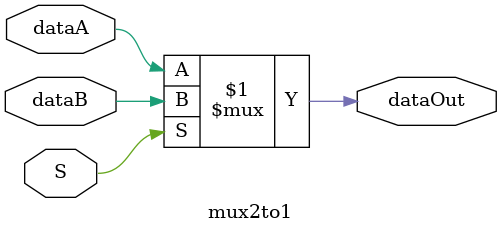
<source format=v>
`timescale 1ns/1ns
module mux2to1( dataA,dataB,S,dataOut);

output dataOut ;
input dataA, dataB, S ;

assign dataOut = (S) ? dataB : dataA ;

endmodule 
</source>
